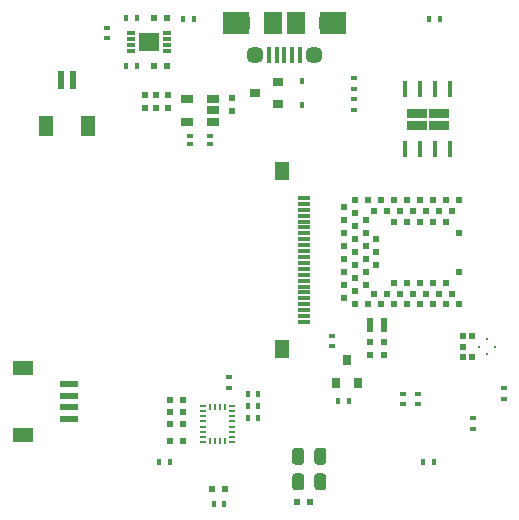
<source format=gbr>
G04 #@! TF.GenerationSoftware,KiCad,Pcbnew,5.0.2+dfsg1-1*
G04 #@! TF.CreationDate,2020-09-10T20:55:01-07:00*
G04 #@! TF.ProjectId,chronopy,6368726f-6e6f-4707-992e-6b696361645f,rev?*
G04 #@! TF.SameCoordinates,Original*
G04 #@! TF.FileFunction,Paste,Bot*
G04 #@! TF.FilePolarity,Positive*
%FSLAX46Y46*%
G04 Gerber Fmt 4.6, Leading zero omitted, Abs format (unit mm)*
G04 Created by KiCad (PCBNEW 5.0.2+dfsg1-1) date Thu 10 Sep 2020 08:55:01 PM PDT*
%MOMM*%
%LPD*%
G01*
G04 APERTURE LIST*
%ADD10C,0.010000*%
%ADD11R,1.500000X1.900000*%
%ADD12C,1.450000*%
%ADD13R,0.400000X1.350000*%
%ADD14O,1.200000X1.900000*%
%ADD15R,2.200000X1.900000*%
%ADD16R,0.420000X1.400000*%
%ADD17R,0.530000X0.280000*%
%ADD18R,0.280000X0.530000*%
%ADD19R,1.550000X0.600000*%
%ADD20R,1.800000X1.200000*%
%ADD21R,0.520000X0.300000*%
%ADD22R,0.600000X1.200000*%
%ADD23R,1.200000X1.800000*%
%ADD24R,0.600000X1.550000*%
%ADD25R,1.060000X0.650000*%
%ADD26R,0.522000X0.600000*%
%ADD27C,0.300000*%
%ADD28R,0.900000X0.800000*%
%ADD29R,0.800000X0.900000*%
%ADD30R,0.500000X0.600000*%
%ADD31R,0.600000X0.500000*%
%ADD32R,0.600000X0.400000*%
%ADD33R,0.400000X0.600000*%
%ADD34R,0.500000X0.500000*%
%ADD35R,0.800000X0.300000*%
%ADD36R,1.750000X1.550000*%
%ADD37R,1.000000X0.300000*%
%ADD38R,1.300000X1.650000*%
%ADD39C,0.100000*%
%ADD40C,0.975000*%
%ADD41R,0.450000X0.600000*%
G04 APERTURE END LIST*
D10*
G04 #@! TO.C,U1*
G36*
X135890400Y-85406800D02*
X135890400Y-84676800D01*
X134310400Y-84676800D01*
X134310400Y-85406800D01*
X135890400Y-85406800D01*
G37*
X135890400Y-85406800D02*
X135890400Y-84676800D01*
X134310400Y-84676800D01*
X134310400Y-85406800D01*
X135890400Y-85406800D01*
G36*
X134030400Y-86416800D02*
X134030400Y-85686800D01*
X132450400Y-85686800D01*
X132450400Y-86416800D01*
X134030400Y-86416800D01*
G37*
X134030400Y-86416800D02*
X134030400Y-85686800D01*
X132450400Y-85686800D01*
X132450400Y-86416800D01*
X134030400Y-86416800D01*
G36*
X135890400Y-86416800D02*
X135890400Y-85686800D01*
X134310400Y-85686800D01*
X134310400Y-86416800D01*
X135890400Y-86416800D01*
G37*
X135890400Y-86416800D02*
X135890400Y-85686800D01*
X134310400Y-85686800D01*
X134310400Y-86416800D01*
X135890400Y-86416800D01*
G36*
X134030400Y-85406800D02*
X134030400Y-84676800D01*
X132450400Y-84676800D01*
X132450400Y-85406800D01*
X134030400Y-85406800D01*
G37*
X134030400Y-85406800D02*
X134030400Y-84676800D01*
X132450400Y-84676800D01*
X132450400Y-85406800D01*
X134030400Y-85406800D01*
G04 #@! TD*
D11*
G04 #@! TO.C,J1*
X123075000Y-77437500D03*
D12*
X119575000Y-80137500D03*
D13*
X121425000Y-80137500D03*
X120775000Y-80137500D03*
X123375000Y-80137500D03*
X122725000Y-80137500D03*
X122075000Y-80137500D03*
D12*
X124575000Y-80137500D03*
D11*
X121075000Y-77437500D03*
D14*
X118575000Y-77437500D03*
X125575000Y-77437500D03*
D15*
X126175000Y-77437500D03*
X117975000Y-77437500D03*
G04 #@! TD*
D16*
G04 #@! TO.C,U1*
X136075400Y-88081800D03*
X134805400Y-88081800D03*
X133535400Y-88081800D03*
X132265400Y-88081800D03*
X132265400Y-83011800D03*
X133535400Y-83011800D03*
X134805400Y-83011800D03*
X136075400Y-83011800D03*
G04 #@! TD*
D17*
G04 #@! TO.C,U5*
X115204800Y-112883200D03*
D18*
X115784800Y-112848200D03*
X116214800Y-112848200D03*
X116644800Y-112848200D03*
X117074800Y-112848200D03*
D17*
X117654800Y-112883200D03*
X117654800Y-112453200D03*
X117654800Y-112023200D03*
X117654800Y-111593200D03*
X117654800Y-111163200D03*
X117654800Y-110733200D03*
X117654800Y-110303200D03*
X117654800Y-109873200D03*
D18*
X117074800Y-109908200D03*
X116644800Y-109908200D03*
X116214800Y-109908200D03*
X115784800Y-109908200D03*
D17*
X115204800Y-109873200D03*
X115204800Y-110303200D03*
X115204800Y-110733200D03*
X115204800Y-111163200D03*
X115204800Y-111593200D03*
X115204800Y-112023200D03*
X115204800Y-112453200D03*
G04 #@! TD*
D19*
G04 #@! TO.C,J3*
X103825000Y-107975000D03*
X103825000Y-108975000D03*
X103825000Y-109975000D03*
X103825000Y-110975000D03*
D20*
X99950000Y-112275000D03*
X99950000Y-106675000D03*
G04 #@! TD*
D21*
G04 #@! TO.C,IC2*
X114109000Y-87002000D03*
X114109000Y-87652000D03*
X115789000Y-87652000D03*
X115789000Y-87002000D03*
G04 #@! TD*
D22*
G04 #@! TO.C,Y1*
X130544000Y-103029000D03*
X129344000Y-103029000D03*
G04 #@! TD*
D23*
G04 #@! TO.C,J2*
X101865000Y-86145000D03*
X105465000Y-86145000D03*
D24*
X103165000Y-82270000D03*
X104165000Y-82270000D03*
G04 #@! TD*
D25*
G04 #@! TO.C,U2*
X113859000Y-83877000D03*
X113859000Y-85777000D03*
X116059000Y-85777000D03*
X116059000Y-84827000D03*
X116059000Y-83877000D03*
G04 #@! TD*
D26*
G04 #@! TO.C,MIC1*
X137176400Y-104825400D03*
X137176400Y-105725400D03*
X137998400Y-105725400D03*
X137998400Y-103925400D03*
X137176400Y-103925400D03*
D27*
X139250400Y-105487400D03*
X139250400Y-104163400D03*
X138588400Y-104825400D03*
X139912400Y-104825400D03*
G04 #@! TD*
D28*
G04 #@! TO.C,Q1*
X119556000Y-83337000D03*
X121556000Y-84287000D03*
X121556000Y-82387000D03*
G04 #@! TD*
D29*
G04 #@! TO.C,Q2*
X127400000Y-105950000D03*
X126450000Y-107950000D03*
X128350000Y-107950000D03*
G04 #@! TD*
D30*
G04 #@! TO.C,C8*
X110241000Y-84620000D03*
X110241000Y-83520000D03*
G04 #@! TD*
D31*
G04 #@! TO.C,C16*
X112379800Y-111378200D03*
X113479800Y-111378200D03*
G04 #@! TD*
G04 #@! TO.C,C15*
X112379800Y-109378200D03*
X113479800Y-109378200D03*
G04 #@! TD*
G04 #@! TO.C,C14*
X124281000Y-118008000D03*
X123181000Y-118008000D03*
G04 #@! TD*
G04 #@! TO.C,C13*
X115979278Y-116888676D03*
X117079278Y-116888676D03*
G04 #@! TD*
G04 #@! TO.C,C10*
X113459800Y-112798200D03*
X112359800Y-112798200D03*
G04 #@! TD*
G04 #@! TO.C,C9*
X113479800Y-110378200D03*
X112379800Y-110378200D03*
G04 #@! TD*
D30*
G04 #@! TO.C,C6*
X112241000Y-84620000D03*
X112241000Y-83520000D03*
G04 #@! TD*
D31*
G04 #@! TO.C,C5*
X111080000Y-81041000D03*
X112180000Y-81041000D03*
G04 #@! TD*
D30*
G04 #@! TO.C,C2*
X129344400Y-105516400D03*
X129344400Y-104416400D03*
G04 #@! TD*
D31*
G04 #@! TO.C,C3*
X111080000Y-77041000D03*
X112180000Y-77041000D03*
G04 #@! TD*
D30*
G04 #@! TO.C,C4*
X117635000Y-84877000D03*
X117635000Y-83777000D03*
G04 #@! TD*
G04 #@! TO.C,C1*
X130538200Y-105516400D03*
X130538200Y-104416400D03*
G04 #@! TD*
G04 #@! TO.C,C7*
X111241000Y-84620000D03*
X111241000Y-83520000D03*
G04 #@! TD*
D32*
G04 #@! TO.C,R12*
X117429800Y-108328200D03*
X117429800Y-107428200D03*
G04 #@! TD*
D33*
G04 #@! TO.C,R11*
X118979800Y-109878200D03*
X119879800Y-109878200D03*
G04 #@! TD*
G04 #@! TO.C,R13*
X118979800Y-108878200D03*
X119879800Y-108878200D03*
G04 #@! TD*
D32*
G04 #@! TO.C,R15*
X140647400Y-109245000D03*
X140647400Y-108345000D03*
G04 #@! TD*
G04 #@! TO.C,R16*
X138082000Y-110885000D03*
X138082000Y-111785000D03*
G04 #@! TD*
D33*
G04 #@! TO.C,R17*
X116979278Y-118158676D03*
X116079278Y-118158676D03*
G04 #@! TD*
D32*
G04 #@! TO.C,R18*
X132087600Y-109720400D03*
X132087600Y-108820400D03*
G04 #@! TD*
G04 #@! TO.C,R19*
X133357600Y-109720400D03*
X133357600Y-108820400D03*
G04 #@! TD*
D33*
G04 #@! TO.C,R9*
X112405000Y-114560000D03*
X111505000Y-114560000D03*
G04 #@! TD*
G04 #@! TO.C,R8*
X126650000Y-109425000D03*
X127550000Y-109425000D03*
G04 #@! TD*
G04 #@! TO.C,R7*
X134735000Y-114560000D03*
X133835000Y-114560000D03*
G04 #@! TD*
G04 #@! TO.C,R1*
X114400000Y-77050000D03*
X113500000Y-77050000D03*
G04 #@! TD*
D32*
G04 #@! TO.C,R6*
X126138920Y-103895340D03*
X126138920Y-104795340D03*
G04 #@! TD*
D33*
G04 #@! TO.C,R4*
X109580000Y-77041000D03*
X108680000Y-77041000D03*
G04 #@! TD*
G04 #@! TO.C,R5*
X108680000Y-81041000D03*
X109580000Y-81041000D03*
G04 #@! TD*
G04 #@! TO.C,R10*
X118979800Y-110878200D03*
X119879800Y-110878200D03*
G04 #@! TD*
D34*
G04 #@! TO.C,U3*
X127150000Y-93000000D03*
X127150000Y-94100000D03*
X127150000Y-95200000D03*
X127150000Y-96300000D03*
X127150000Y-97400000D03*
X127150000Y-98500000D03*
X127150000Y-99600000D03*
X127150000Y-100700000D03*
X135750000Y-94250000D03*
X134650000Y-94250000D03*
X133550000Y-94250000D03*
X132450000Y-94250000D03*
X131350000Y-94250000D03*
X129850000Y-95750000D03*
X129850000Y-96850000D03*
X129850000Y-97950000D03*
X131350000Y-99450000D03*
X132450000Y-99450000D03*
X133550000Y-99450000D03*
X134650000Y-99450000D03*
X135750000Y-99450000D03*
X136850000Y-98500000D03*
X136850000Y-95200000D03*
X136850000Y-92450000D03*
X136300000Y-93350000D03*
X135750000Y-92450000D03*
X135200000Y-93350000D03*
X134650000Y-92450000D03*
X134100000Y-93350000D03*
X133550000Y-92450000D03*
X133000000Y-93350000D03*
X132450000Y-92450000D03*
X131900000Y-93350000D03*
X131350000Y-92450000D03*
X130800000Y-93350000D03*
X130250000Y-92450000D03*
X129700000Y-93350000D03*
X129150000Y-92450000D03*
X128050000Y-92450000D03*
X128050000Y-93550000D03*
X128950000Y-94100000D03*
X128050000Y-94650000D03*
X128950000Y-95200000D03*
X128050000Y-95750000D03*
X128950000Y-96300000D03*
X128050000Y-96850000D03*
X128950000Y-97400000D03*
X128050000Y-97950000D03*
X128950000Y-98500000D03*
X128050000Y-99050000D03*
X128950000Y-99600000D03*
X128050000Y-100150000D03*
X128050000Y-101250000D03*
X129150000Y-101250000D03*
X129700000Y-100350000D03*
X130250000Y-101250000D03*
X130800000Y-100350000D03*
X131350000Y-101250000D03*
X131900000Y-100350000D03*
X132450000Y-101250000D03*
X133000000Y-100350000D03*
X133550000Y-101250000D03*
X134100000Y-100350000D03*
X134650000Y-101250000D03*
X135200000Y-100350000D03*
X135750000Y-101250000D03*
X136300000Y-100350000D03*
X136850000Y-101250000D03*
G04 #@! TD*
D35*
G04 #@! TO.C,IC1*
X112130000Y-78291000D03*
X112130000Y-78791000D03*
X112130000Y-79291000D03*
X112130000Y-79791000D03*
X109130000Y-79791000D03*
X109130000Y-79291000D03*
X109130000Y-78791000D03*
X109130000Y-78291000D03*
D36*
X110630000Y-79041000D03*
G04 #@! TD*
D37*
G04 #@! TO.C,TFT1*
X123743700Y-102739440D03*
X123743700Y-102239440D03*
X123743700Y-101739440D03*
X123743700Y-101239440D03*
X123743700Y-100739440D03*
X123743700Y-100239440D03*
X123743700Y-99739440D03*
X123743700Y-99239440D03*
X123743700Y-98739440D03*
X123743700Y-98239440D03*
X123743700Y-97739440D03*
X123743700Y-97239440D03*
X123743700Y-96739440D03*
X123743700Y-96239440D03*
X123743700Y-95739440D03*
X123743700Y-95239440D03*
X123743700Y-94739440D03*
X123743700Y-94239440D03*
X123743700Y-93739440D03*
X123743700Y-93239440D03*
X123743700Y-92739440D03*
X123743700Y-92239440D03*
D38*
X121843700Y-105014440D03*
X121843700Y-89964440D03*
G04 #@! TD*
D39*
G04 #@! TO.C,C11*
G36*
X125384676Y-113412993D02*
X125408337Y-113416503D01*
X125431541Y-113422315D01*
X125454063Y-113430373D01*
X125475687Y-113440601D01*
X125496204Y-113452898D01*
X125515417Y-113467148D01*
X125533141Y-113483212D01*
X125549205Y-113500936D01*
X125563455Y-113520149D01*
X125575752Y-113540666D01*
X125585980Y-113562290D01*
X125594038Y-113584812D01*
X125599850Y-113608016D01*
X125603360Y-113631677D01*
X125604534Y-113655569D01*
X125604534Y-114568069D01*
X125603360Y-114591961D01*
X125599850Y-114615622D01*
X125594038Y-114638826D01*
X125585980Y-114661348D01*
X125575752Y-114682972D01*
X125563455Y-114703489D01*
X125549205Y-114722702D01*
X125533141Y-114740426D01*
X125515417Y-114756490D01*
X125496204Y-114770740D01*
X125475687Y-114783037D01*
X125454063Y-114793265D01*
X125431541Y-114801323D01*
X125408337Y-114807135D01*
X125384676Y-114810645D01*
X125360784Y-114811819D01*
X124873284Y-114811819D01*
X124849392Y-114810645D01*
X124825731Y-114807135D01*
X124802527Y-114801323D01*
X124780005Y-114793265D01*
X124758381Y-114783037D01*
X124737864Y-114770740D01*
X124718651Y-114756490D01*
X124700927Y-114740426D01*
X124684863Y-114722702D01*
X124670613Y-114703489D01*
X124658316Y-114682972D01*
X124648088Y-114661348D01*
X124640030Y-114638826D01*
X124634218Y-114615622D01*
X124630708Y-114591961D01*
X124629534Y-114568069D01*
X124629534Y-113655569D01*
X124630708Y-113631677D01*
X124634218Y-113608016D01*
X124640030Y-113584812D01*
X124648088Y-113562290D01*
X124658316Y-113540666D01*
X124670613Y-113520149D01*
X124684863Y-113500936D01*
X124700927Y-113483212D01*
X124718651Y-113467148D01*
X124737864Y-113452898D01*
X124758381Y-113440601D01*
X124780005Y-113430373D01*
X124802527Y-113422315D01*
X124825731Y-113416503D01*
X124849392Y-113412993D01*
X124873284Y-113411819D01*
X125360784Y-113411819D01*
X125384676Y-113412993D01*
X125384676Y-113412993D01*
G37*
D40*
X125117034Y-114111819D03*
D39*
G36*
X123509676Y-113412993D02*
X123533337Y-113416503D01*
X123556541Y-113422315D01*
X123579063Y-113430373D01*
X123600687Y-113440601D01*
X123621204Y-113452898D01*
X123640417Y-113467148D01*
X123658141Y-113483212D01*
X123674205Y-113500936D01*
X123688455Y-113520149D01*
X123700752Y-113540666D01*
X123710980Y-113562290D01*
X123719038Y-113584812D01*
X123724850Y-113608016D01*
X123728360Y-113631677D01*
X123729534Y-113655569D01*
X123729534Y-114568069D01*
X123728360Y-114591961D01*
X123724850Y-114615622D01*
X123719038Y-114638826D01*
X123710980Y-114661348D01*
X123700752Y-114682972D01*
X123688455Y-114703489D01*
X123674205Y-114722702D01*
X123658141Y-114740426D01*
X123640417Y-114756490D01*
X123621204Y-114770740D01*
X123600687Y-114783037D01*
X123579063Y-114793265D01*
X123556541Y-114801323D01*
X123533337Y-114807135D01*
X123509676Y-114810645D01*
X123485784Y-114811819D01*
X122998284Y-114811819D01*
X122974392Y-114810645D01*
X122950731Y-114807135D01*
X122927527Y-114801323D01*
X122905005Y-114793265D01*
X122883381Y-114783037D01*
X122862864Y-114770740D01*
X122843651Y-114756490D01*
X122825927Y-114740426D01*
X122809863Y-114722702D01*
X122795613Y-114703489D01*
X122783316Y-114682972D01*
X122773088Y-114661348D01*
X122765030Y-114638826D01*
X122759218Y-114615622D01*
X122755708Y-114591961D01*
X122754534Y-114568069D01*
X122754534Y-113655569D01*
X122755708Y-113631677D01*
X122759218Y-113608016D01*
X122765030Y-113584812D01*
X122773088Y-113562290D01*
X122783316Y-113540666D01*
X122795613Y-113520149D01*
X122809863Y-113500936D01*
X122825927Y-113483212D01*
X122843651Y-113467148D01*
X122862864Y-113452898D01*
X122883381Y-113440601D01*
X122905005Y-113430373D01*
X122927527Y-113422315D01*
X122950731Y-113416503D01*
X122974392Y-113412993D01*
X122998284Y-113411819D01*
X123485784Y-113411819D01*
X123509676Y-113412993D01*
X123509676Y-113412993D01*
G37*
D40*
X123242034Y-114111819D03*
G04 #@! TD*
D39*
G04 #@! TO.C,C12*
G36*
X123509676Y-115571993D02*
X123533337Y-115575503D01*
X123556541Y-115581315D01*
X123579063Y-115589373D01*
X123600687Y-115599601D01*
X123621204Y-115611898D01*
X123640417Y-115626148D01*
X123658141Y-115642212D01*
X123674205Y-115659936D01*
X123688455Y-115679149D01*
X123700752Y-115699666D01*
X123710980Y-115721290D01*
X123719038Y-115743812D01*
X123724850Y-115767016D01*
X123728360Y-115790677D01*
X123729534Y-115814569D01*
X123729534Y-116727069D01*
X123728360Y-116750961D01*
X123724850Y-116774622D01*
X123719038Y-116797826D01*
X123710980Y-116820348D01*
X123700752Y-116841972D01*
X123688455Y-116862489D01*
X123674205Y-116881702D01*
X123658141Y-116899426D01*
X123640417Y-116915490D01*
X123621204Y-116929740D01*
X123600687Y-116942037D01*
X123579063Y-116952265D01*
X123556541Y-116960323D01*
X123533337Y-116966135D01*
X123509676Y-116969645D01*
X123485784Y-116970819D01*
X122998284Y-116970819D01*
X122974392Y-116969645D01*
X122950731Y-116966135D01*
X122927527Y-116960323D01*
X122905005Y-116952265D01*
X122883381Y-116942037D01*
X122862864Y-116929740D01*
X122843651Y-116915490D01*
X122825927Y-116899426D01*
X122809863Y-116881702D01*
X122795613Y-116862489D01*
X122783316Y-116841972D01*
X122773088Y-116820348D01*
X122765030Y-116797826D01*
X122759218Y-116774622D01*
X122755708Y-116750961D01*
X122754534Y-116727069D01*
X122754534Y-115814569D01*
X122755708Y-115790677D01*
X122759218Y-115767016D01*
X122765030Y-115743812D01*
X122773088Y-115721290D01*
X122783316Y-115699666D01*
X122795613Y-115679149D01*
X122809863Y-115659936D01*
X122825927Y-115642212D01*
X122843651Y-115626148D01*
X122862864Y-115611898D01*
X122883381Y-115599601D01*
X122905005Y-115589373D01*
X122927527Y-115581315D01*
X122950731Y-115575503D01*
X122974392Y-115571993D01*
X122998284Y-115570819D01*
X123485784Y-115570819D01*
X123509676Y-115571993D01*
X123509676Y-115571993D01*
G37*
D40*
X123242034Y-116270819D03*
D39*
G36*
X125384676Y-115571993D02*
X125408337Y-115575503D01*
X125431541Y-115581315D01*
X125454063Y-115589373D01*
X125475687Y-115599601D01*
X125496204Y-115611898D01*
X125515417Y-115626148D01*
X125533141Y-115642212D01*
X125549205Y-115659936D01*
X125563455Y-115679149D01*
X125575752Y-115699666D01*
X125585980Y-115721290D01*
X125594038Y-115743812D01*
X125599850Y-115767016D01*
X125603360Y-115790677D01*
X125604534Y-115814569D01*
X125604534Y-116727069D01*
X125603360Y-116750961D01*
X125599850Y-116774622D01*
X125594038Y-116797826D01*
X125585980Y-116820348D01*
X125575752Y-116841972D01*
X125563455Y-116862489D01*
X125549205Y-116881702D01*
X125533141Y-116899426D01*
X125515417Y-116915490D01*
X125496204Y-116929740D01*
X125475687Y-116942037D01*
X125454063Y-116952265D01*
X125431541Y-116960323D01*
X125408337Y-116966135D01*
X125384676Y-116969645D01*
X125360784Y-116970819D01*
X124873284Y-116970819D01*
X124849392Y-116969645D01*
X124825731Y-116966135D01*
X124802527Y-116960323D01*
X124780005Y-116952265D01*
X124758381Y-116942037D01*
X124737864Y-116929740D01*
X124718651Y-116915490D01*
X124700927Y-116899426D01*
X124684863Y-116881702D01*
X124670613Y-116862489D01*
X124658316Y-116841972D01*
X124648088Y-116820348D01*
X124640030Y-116797826D01*
X124634218Y-116774622D01*
X124630708Y-116750961D01*
X124629534Y-116727069D01*
X124629534Y-115814569D01*
X124630708Y-115790677D01*
X124634218Y-115767016D01*
X124640030Y-115743812D01*
X124648088Y-115721290D01*
X124658316Y-115699666D01*
X124670613Y-115679149D01*
X124684863Y-115659936D01*
X124700927Y-115642212D01*
X124718651Y-115626148D01*
X124737864Y-115611898D01*
X124758381Y-115599601D01*
X124780005Y-115589373D01*
X124802527Y-115581315D01*
X124825731Y-115575503D01*
X124849392Y-115571993D01*
X124873284Y-115570819D01*
X125360784Y-115570819D01*
X125384676Y-115571993D01*
X125384676Y-115571993D01*
G37*
D40*
X125117034Y-116270819D03*
G04 #@! TD*
D41*
G04 #@! TO.C,D1*
X123604000Y-82300000D03*
X123604000Y-84400000D03*
G04 #@! TD*
D32*
G04 #@! TO.C,R2*
X107075000Y-78725000D03*
X107075000Y-77825000D03*
G04 #@! TD*
D33*
G04 #@! TO.C,R3*
X135235000Y-77060000D03*
X134335000Y-77060000D03*
G04 #@! TD*
D32*
G04 #@! TO.C,R14*
X128000000Y-82975000D03*
X128000000Y-82075000D03*
G04 #@! TD*
G04 #@! TO.C,R20*
X128000000Y-83900000D03*
X128000000Y-84800000D03*
G04 #@! TD*
M02*

</source>
